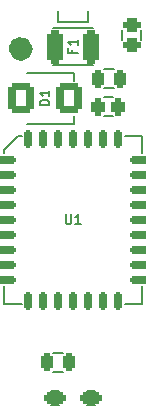
<source format=gto>
G04 #@! TF.GenerationSoftware,KiCad,Pcbnew,7.0.10*
G04 #@! TF.CreationDate,2024-03-05T04:01:16-05:00*
G04 #@! TF.ProjectId,GW28R8128,47573238-5238-4313-9238-2e6b69636164,rev?*
G04 #@! TF.SameCoordinates,Original*
G04 #@! TF.FileFunction,Legend,Top*
G04 #@! TF.FilePolarity,Positive*
%FSLAX46Y46*%
G04 Gerber Fmt 4.6, Leading zero omitted, Abs format (unit mm)*
G04 Created by KiCad (PCBNEW 7.0.10) date 2024-03-05 04:01:16*
%MOMM*%
%LPD*%
G01*
G04 APERTURE LIST*
G04 Aperture macros list*
%AMRoundRect*
0 Rectangle with rounded corners*
0 $1 Rounding radius*
0 $2 $3 $4 $5 $6 $7 $8 $9 X,Y pos of 4 corners*
0 Add a 4 corners polygon primitive as box body*
4,1,4,$2,$3,$4,$5,$6,$7,$8,$9,$2,$3,0*
0 Add four circle primitives for the rounded corners*
1,1,$1+$1,$2,$3*
1,1,$1+$1,$4,$5*
1,1,$1+$1,$6,$7*
1,1,$1+$1,$8,$9*
0 Add four rect primitives between the rounded corners*
20,1,$1+$1,$2,$3,$4,$5,0*
20,1,$1+$1,$4,$5,$6,$7,0*
20,1,$1+$1,$6,$7,$8,$9,0*
20,1,$1+$1,$8,$9,$2,$3,0*%
G04 Aperture macros list end*
%ADD10C,0.200000*%
%ADD11C,1.280000*%
%ADD12C,0.203200*%
%ADD13C,0.152400*%
%ADD14C,0.127000*%
%ADD15RoundRect,0.175000X-0.175000X-0.612500X0.175000X-0.612500X0.175000X0.612500X-0.175000X0.612500X0*%
%ADD16RoundRect,0.175000X-0.612500X-0.175000X0.612500X-0.175000X0.612500X0.175000X-0.612500X0.175000X0*%
%ADD17RoundRect,0.287500X-0.462500X0.287500X-0.462500X-0.287500X0.462500X-0.287500X0.462500X0.287500X0*%
%ADD18RoundRect,0.237500X0.237500X0.512500X-0.237500X0.512500X-0.237500X-0.512500X0.237500X-0.512500X0*%
%ADD19RoundRect,0.237500X-0.237500X-0.512500X0.237500X-0.512500X0.237500X0.512500X-0.237500X0.512500X0*%
%ADD20RoundRect,0.630000X-0.270000X-0.560000X0.270000X-0.560000X0.270000X0.560000X-0.270000X0.560000X0*%
%ADD21RoundRect,0.250000X-0.650000X-0.250000X0.650000X-0.250000X0.650000X0.250000X-0.650000X0.250000X0*%
%ADD22RoundRect,0.325000X0.325000X1.125000X-0.325000X1.125000X-0.325000X-1.125000X0.325000X-1.125000X0*%
%ADD23RoundRect,0.330000X0.770000X0.970000X-0.770000X0.970000X-0.770000X-0.970000X0.770000X-0.970000X0*%
%ADD24RoundRect,0.287500X-0.287500X-0.462500X0.287500X-0.462500X0.287500X0.462500X-0.287500X0.462500X0*%
G04 APERTURE END LIST*
D10*
X46990000Y-20066000D02*
X49530000Y-20066000D01*
X49530000Y-20066000D02*
X49530000Y-19177000D01*
X46990000Y-19177000D02*
X46990000Y-20066000D01*
D11*
X44196000Y-22352000D02*
G75*
G03*
X43434000Y-22352000I-381000J0D01*
G01*
X43434000Y-22352000D02*
G75*
G03*
X44196000Y-22352000I381000J0D01*
G01*
D12*
X47640723Y-36382649D02*
X47640723Y-37040630D01*
X47640723Y-37040630D02*
X47679428Y-37118040D01*
X47679428Y-37118040D02*
X47718133Y-37156745D01*
X47718133Y-37156745D02*
X47795542Y-37195449D01*
X47795542Y-37195449D02*
X47950361Y-37195449D01*
X47950361Y-37195449D02*
X48027771Y-37156745D01*
X48027771Y-37156745D02*
X48066476Y-37118040D01*
X48066476Y-37118040D02*
X48105180Y-37040630D01*
X48105180Y-37040630D02*
X48105180Y-36382649D01*
X48917981Y-37195449D02*
X48453524Y-37195449D01*
X48685752Y-37195449D02*
X48685752Y-36382649D01*
X48685752Y-36382649D02*
X48608343Y-36498764D01*
X48608343Y-36498764D02*
X48530933Y-36576173D01*
X48530933Y-36576173D02*
X48453524Y-36614878D01*
X48199697Y-22432432D02*
X48199697Y-22703366D01*
X48625449Y-22703366D02*
X47812649Y-22703366D01*
X47812649Y-22703366D02*
X47812649Y-22316318D01*
X48625449Y-21580927D02*
X48625449Y-22045384D01*
X48625449Y-21813156D02*
X47812649Y-21813156D01*
X47812649Y-21813156D02*
X47928764Y-21890565D01*
X47928764Y-21890565D02*
X48006173Y-21967975D01*
X48006173Y-21967975D02*
X48044878Y-22045384D01*
X46244449Y-27142923D02*
X45431649Y-27142923D01*
X45431649Y-27142923D02*
X45431649Y-26949399D01*
X45431649Y-26949399D02*
X45470354Y-26833285D01*
X45470354Y-26833285D02*
X45547764Y-26755875D01*
X45547764Y-26755875D02*
X45625173Y-26717170D01*
X45625173Y-26717170D02*
X45779992Y-26678466D01*
X45779992Y-26678466D02*
X45896106Y-26678466D01*
X45896106Y-26678466D02*
X46050925Y-26717170D01*
X46050925Y-26717170D02*
X46128335Y-26755875D01*
X46128335Y-26755875D02*
X46205745Y-26833285D01*
X46205745Y-26833285D02*
X46244449Y-26949399D01*
X46244449Y-26949399D02*
X46244449Y-27142923D01*
X46244449Y-25904370D02*
X46244449Y-26368827D01*
X46244449Y-26136599D02*
X45431649Y-26136599D01*
X45431649Y-26136599D02*
X45547764Y-26214008D01*
X45547764Y-26214008D02*
X45625173Y-26291418D01*
X45625173Y-26291418D02*
X45663878Y-26368827D01*
D13*
X54085000Y-29735000D02*
X54085000Y-31190000D01*
X52630000Y-29735000D02*
X54085000Y-29735000D01*
X43890000Y-29735000D02*
X43607218Y-29735000D01*
X43607218Y-29735000D02*
X42435000Y-30907218D01*
X42435000Y-30907218D02*
X42435000Y-31190000D01*
X54085000Y-43925000D02*
X54085000Y-42470000D01*
X52630000Y-43925000D02*
X54085000Y-43925000D01*
X43890000Y-43925000D02*
X42435000Y-43925000D01*
X42435000Y-43925000D02*
X42435000Y-42470000D01*
X54013000Y-20763600D02*
X54013000Y-21576400D01*
X52413000Y-20763600D02*
X52413000Y-21576400D01*
X47396400Y-49695000D02*
X46583600Y-49695000D01*
X47396400Y-48095000D02*
X46583600Y-48095000D01*
X50899100Y-24092000D02*
X51711900Y-24092000D01*
X50899100Y-25692000D02*
X51711900Y-25692000D01*
D14*
X49434000Y-51343000D02*
X50134000Y-51343000D01*
X50134000Y-52543000D02*
X49434000Y-52543000D01*
X46386000Y-51343000D02*
X47086000Y-51343000D01*
X47086000Y-52543000D02*
X46386000Y-52543000D01*
X49960000Y-23711500D02*
X46560000Y-23711500D01*
X49960000Y-20611500D02*
X46560000Y-20611500D01*
X48329000Y-28693000D02*
X48329000Y-28003500D01*
X48329000Y-28693000D02*
X44379000Y-28693000D01*
X48329000Y-25082500D02*
X48329000Y-24393000D01*
X48329000Y-24393000D02*
X44379000Y-24393000D01*
D13*
X50838100Y-26441500D02*
X51650900Y-26441500D01*
X50838100Y-28041500D02*
X51650900Y-28041500D01*
%LPC*%
D15*
X48260000Y-29992500D03*
X46990000Y-29992500D03*
X45720000Y-29992500D03*
X44450000Y-29992500D03*
D16*
X42697500Y-31750000D03*
X42697500Y-33020000D03*
X42697500Y-34290000D03*
X42697500Y-35560000D03*
X42697500Y-36830000D03*
X42697500Y-38100000D03*
X42697500Y-39370000D03*
X42697500Y-40640000D03*
X42697500Y-41910000D03*
D15*
X44450000Y-43667500D03*
X45720000Y-43667500D03*
X46990000Y-43667500D03*
X48260000Y-43667500D03*
X49530000Y-43667500D03*
X50800000Y-43667500D03*
X52070000Y-43667500D03*
D16*
X53822500Y-41910000D03*
X53822500Y-40640000D03*
X53822500Y-39370000D03*
X53822500Y-38100000D03*
X53822500Y-36830000D03*
X53822500Y-35560000D03*
X53822500Y-34290000D03*
X53822500Y-33020000D03*
X53822500Y-31750000D03*
D15*
X52070000Y-29992500D03*
X50800000Y-29992500D03*
X49530000Y-29992500D03*
D17*
X53213000Y-20320000D03*
X53213000Y-22020000D03*
D18*
X47940000Y-48895000D03*
X46040000Y-48895000D03*
D19*
X50355500Y-24892000D03*
X52255500Y-24892000D03*
D20*
X40640000Y-20320000D03*
X40640000Y-22860000D03*
X40640000Y-25400000D03*
X40640000Y-27940000D03*
X40640000Y-30480000D03*
X40640000Y-33020000D03*
X40640000Y-35560000D03*
X40640000Y-38100000D03*
X40640000Y-40640000D03*
X40640000Y-43180000D03*
X40640000Y-45720000D03*
X40640000Y-48260000D03*
X40640000Y-50800000D03*
X40640000Y-53340000D03*
X55880000Y-53340000D03*
X55880000Y-50800000D03*
X55880000Y-48260000D03*
X55880000Y-45720000D03*
X55880000Y-43180000D03*
X55880000Y-40640000D03*
X55880000Y-38100000D03*
X55880000Y-35560000D03*
X55880000Y-33020000D03*
X55880000Y-30480000D03*
X55880000Y-27940000D03*
X55880000Y-25400000D03*
X55880000Y-22860000D03*
X55880000Y-20320000D03*
D21*
X49784000Y-51943000D03*
X46736000Y-51943000D03*
D22*
X49760000Y-22161500D03*
X46760000Y-22161500D03*
D23*
X47879000Y-26543000D03*
X43879000Y-26543000D03*
D24*
X50394500Y-27241500D03*
X52094500Y-27241500D03*
%LPD*%
M02*

</source>
